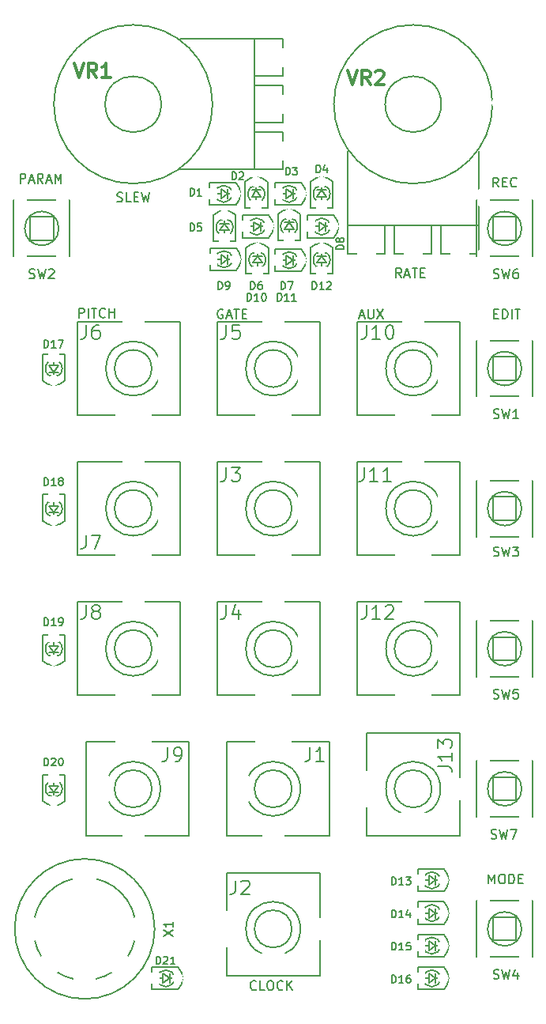
<source format=gto>
G04 #@! TF.FileFunction,Legend,Top*
%FSLAX46Y46*%
G04 Gerber Fmt 4.6, Leading zero omitted, Abs format (unit mm)*
G04 Created by KiCad (PCBNEW 4.0.2-stable) date 2017-03-21 6:26:13 PM*
%MOMM*%
G01*
G04 APERTURE LIST*
%ADD10C,0.200000*%
%ADD11C,0.150000*%
%ADD12C,0.304800*%
%ADD13R,1.700000X1.700000*%
%ADD14O,1.700000X1.700000*%
%ADD15O,4.000000X2.500000*%
%ADD16O,2.500000X2.000000*%
%ADD17O,1.500000X3.500000*%
%ADD18O,2.500000X4.000000*%
%ADD19O,2.000000X2.500000*%
%ADD20O,3.500000X1.500000*%
%ADD21R,1.600000X2.800000*%
%ADD22C,1.500000*%
%ADD23O,1.400000X2.200000*%
%ADD24O,1.400000X2.250000*%
%ADD25C,1.998980*%
%ADD26R,1.200000X1.200000*%
%ADD27C,1.200000*%
%ADD28C,2.500000*%
%ADD29R,2.500000X3.500000*%
%ADD30O,4.500000X1.350000*%
%ADD31O,4.200000X1.000000*%
%ADD32O,1.000000X4.200000*%
%ADD33C,1.000000*%
G04 APERTURE END LIST*
D10*
D11*
X158390476Y-130752381D02*
X158390476Y-129752381D01*
X158723810Y-130466667D01*
X159057143Y-129752381D01*
X159057143Y-130752381D01*
X159723809Y-129752381D02*
X159914286Y-129752381D01*
X160009524Y-129800000D01*
X160104762Y-129895238D01*
X160152381Y-130085714D01*
X160152381Y-130419048D01*
X160104762Y-130609524D01*
X160009524Y-130704762D01*
X159914286Y-130752381D01*
X159723809Y-130752381D01*
X159628571Y-130704762D01*
X159533333Y-130609524D01*
X159485714Y-130419048D01*
X159485714Y-130085714D01*
X159533333Y-129895238D01*
X159628571Y-129800000D01*
X159723809Y-129752381D01*
X160580952Y-130752381D02*
X160580952Y-129752381D01*
X160819047Y-129752381D01*
X160961905Y-129800000D01*
X161057143Y-129895238D01*
X161104762Y-129990476D01*
X161152381Y-130180952D01*
X161152381Y-130323810D01*
X161104762Y-130514286D01*
X161057143Y-130609524D01*
X160961905Y-130704762D01*
X160819047Y-130752381D01*
X160580952Y-130752381D01*
X161580952Y-130228571D02*
X161914286Y-130228571D01*
X162057143Y-130752381D02*
X161580952Y-130752381D01*
X161580952Y-129752381D01*
X162057143Y-129752381D01*
X133480953Y-142057143D02*
X133433334Y-142104762D01*
X133290477Y-142152381D01*
X133195239Y-142152381D01*
X133052381Y-142104762D01*
X132957143Y-142009524D01*
X132909524Y-141914286D01*
X132861905Y-141723810D01*
X132861905Y-141580952D01*
X132909524Y-141390476D01*
X132957143Y-141295238D01*
X133052381Y-141200000D01*
X133195239Y-141152381D01*
X133290477Y-141152381D01*
X133433334Y-141200000D01*
X133480953Y-141247619D01*
X134385715Y-142152381D02*
X133909524Y-142152381D01*
X133909524Y-141152381D01*
X134909524Y-141152381D02*
X135100001Y-141152381D01*
X135195239Y-141200000D01*
X135290477Y-141295238D01*
X135338096Y-141485714D01*
X135338096Y-141819048D01*
X135290477Y-142009524D01*
X135195239Y-142104762D01*
X135100001Y-142152381D01*
X134909524Y-142152381D01*
X134814286Y-142104762D01*
X134719048Y-142009524D01*
X134671429Y-141819048D01*
X134671429Y-141485714D01*
X134719048Y-141295238D01*
X134814286Y-141200000D01*
X134909524Y-141152381D01*
X136338096Y-142057143D02*
X136290477Y-142104762D01*
X136147620Y-142152381D01*
X136052382Y-142152381D01*
X135909524Y-142104762D01*
X135814286Y-142009524D01*
X135766667Y-141914286D01*
X135719048Y-141723810D01*
X135719048Y-141580952D01*
X135766667Y-141390476D01*
X135814286Y-141295238D01*
X135909524Y-141200000D01*
X136052382Y-141152381D01*
X136147620Y-141152381D01*
X136290477Y-141200000D01*
X136338096Y-141247619D01*
X136766667Y-142152381D02*
X136766667Y-141152381D01*
X137338096Y-142152381D02*
X136909524Y-141580952D01*
X137338096Y-141152381D02*
X136766667Y-141723810D01*
X158966667Y-69728571D02*
X159300001Y-69728571D01*
X159442858Y-70252381D02*
X158966667Y-70252381D01*
X158966667Y-69252381D01*
X159442858Y-69252381D01*
X159871429Y-70252381D02*
X159871429Y-69252381D01*
X160109524Y-69252381D01*
X160252382Y-69300000D01*
X160347620Y-69395238D01*
X160395239Y-69490476D01*
X160442858Y-69680952D01*
X160442858Y-69823810D01*
X160395239Y-70014286D01*
X160347620Y-70109524D01*
X160252382Y-70204762D01*
X160109524Y-70252381D01*
X159871429Y-70252381D01*
X160871429Y-70252381D02*
X160871429Y-69252381D01*
X161204762Y-69252381D02*
X161776191Y-69252381D01*
X161490476Y-70252381D02*
X161490476Y-69252381D01*
X144561905Y-69966667D02*
X145038096Y-69966667D01*
X144466667Y-70252381D02*
X144800000Y-69252381D01*
X145133334Y-70252381D01*
X145466667Y-69252381D02*
X145466667Y-70061905D01*
X145514286Y-70157143D01*
X145561905Y-70204762D01*
X145657143Y-70252381D01*
X145847620Y-70252381D01*
X145942858Y-70204762D01*
X145990477Y-70157143D01*
X146038096Y-70061905D01*
X146038096Y-69252381D01*
X146419048Y-69252381D02*
X147085715Y-70252381D01*
X147085715Y-69252381D02*
X146419048Y-70252381D01*
X129900000Y-69300000D02*
X129804762Y-69252381D01*
X129661905Y-69252381D01*
X129519047Y-69300000D01*
X129423809Y-69395238D01*
X129376190Y-69490476D01*
X129328571Y-69680952D01*
X129328571Y-69823810D01*
X129376190Y-70014286D01*
X129423809Y-70109524D01*
X129519047Y-70204762D01*
X129661905Y-70252381D01*
X129757143Y-70252381D01*
X129900000Y-70204762D01*
X129947619Y-70157143D01*
X129947619Y-69823810D01*
X129757143Y-69823810D01*
X130328571Y-69966667D02*
X130804762Y-69966667D01*
X130233333Y-70252381D02*
X130566666Y-69252381D01*
X130900000Y-70252381D01*
X131090476Y-69252381D02*
X131661905Y-69252381D01*
X131376190Y-70252381D02*
X131376190Y-69252381D01*
X131995238Y-69728571D02*
X132328572Y-69728571D01*
X132471429Y-70252381D02*
X131995238Y-70252381D01*
X131995238Y-69252381D01*
X132471429Y-69252381D01*
X114495238Y-70152381D02*
X114495238Y-69152381D01*
X114876191Y-69152381D01*
X114971429Y-69200000D01*
X115019048Y-69247619D01*
X115066667Y-69342857D01*
X115066667Y-69485714D01*
X115019048Y-69580952D01*
X114971429Y-69628571D01*
X114876191Y-69676190D01*
X114495238Y-69676190D01*
X115495238Y-70152381D02*
X115495238Y-69152381D01*
X115828571Y-69152381D02*
X116400000Y-69152381D01*
X116114285Y-70152381D02*
X116114285Y-69152381D01*
X117304762Y-70057143D02*
X117257143Y-70104762D01*
X117114286Y-70152381D01*
X117019048Y-70152381D01*
X116876190Y-70104762D01*
X116780952Y-70009524D01*
X116733333Y-69914286D01*
X116685714Y-69723810D01*
X116685714Y-69580952D01*
X116733333Y-69390476D01*
X116780952Y-69295238D01*
X116876190Y-69200000D01*
X117019048Y-69152381D01*
X117114286Y-69152381D01*
X117257143Y-69200000D01*
X117304762Y-69247619D01*
X117733333Y-70152381D02*
X117733333Y-69152381D01*
X117733333Y-69628571D02*
X118304762Y-69628571D01*
X118304762Y-70152381D02*
X118304762Y-69152381D01*
X108209524Y-55752381D02*
X108209524Y-54752381D01*
X108590477Y-54752381D01*
X108685715Y-54800000D01*
X108733334Y-54847619D01*
X108780953Y-54942857D01*
X108780953Y-55085714D01*
X108733334Y-55180952D01*
X108685715Y-55228571D01*
X108590477Y-55276190D01*
X108209524Y-55276190D01*
X109161905Y-55466667D02*
X109638096Y-55466667D01*
X109066667Y-55752381D02*
X109400000Y-54752381D01*
X109733334Y-55752381D01*
X110638096Y-55752381D02*
X110304762Y-55276190D01*
X110066667Y-55752381D02*
X110066667Y-54752381D01*
X110447620Y-54752381D01*
X110542858Y-54800000D01*
X110590477Y-54847619D01*
X110638096Y-54942857D01*
X110638096Y-55085714D01*
X110590477Y-55180952D01*
X110542858Y-55228571D01*
X110447620Y-55276190D01*
X110066667Y-55276190D01*
X111019048Y-55466667D02*
X111495239Y-55466667D01*
X110923810Y-55752381D02*
X111257143Y-54752381D01*
X111590477Y-55752381D01*
X111923810Y-55752381D02*
X111923810Y-54752381D01*
X112257144Y-55466667D01*
X112590477Y-54752381D01*
X112590477Y-55752381D01*
X118585714Y-57704762D02*
X118728571Y-57752381D01*
X118966667Y-57752381D01*
X119061905Y-57704762D01*
X119109524Y-57657143D01*
X119157143Y-57561905D01*
X119157143Y-57466667D01*
X119109524Y-57371429D01*
X119061905Y-57323810D01*
X118966667Y-57276190D01*
X118776190Y-57228571D01*
X118680952Y-57180952D01*
X118633333Y-57133333D01*
X118585714Y-57038095D01*
X118585714Y-56942857D01*
X118633333Y-56847619D01*
X118680952Y-56800000D01*
X118776190Y-56752381D01*
X119014286Y-56752381D01*
X119157143Y-56800000D01*
X120061905Y-57752381D02*
X119585714Y-57752381D01*
X119585714Y-56752381D01*
X120395238Y-57228571D02*
X120728572Y-57228571D01*
X120871429Y-57752381D02*
X120395238Y-57752381D01*
X120395238Y-56752381D01*
X120871429Y-56752381D01*
X121204762Y-56752381D02*
X121442857Y-57752381D01*
X121633334Y-57038095D01*
X121823810Y-57752381D01*
X122061905Y-56752381D01*
X149047619Y-65852381D02*
X148714285Y-65376190D01*
X148476190Y-65852381D02*
X148476190Y-64852381D01*
X148857143Y-64852381D01*
X148952381Y-64900000D01*
X149000000Y-64947619D01*
X149047619Y-65042857D01*
X149047619Y-65185714D01*
X149000000Y-65280952D01*
X148952381Y-65328571D01*
X148857143Y-65376190D01*
X148476190Y-65376190D01*
X149428571Y-65566667D02*
X149904762Y-65566667D01*
X149333333Y-65852381D02*
X149666666Y-64852381D01*
X150000000Y-65852381D01*
X150190476Y-64852381D02*
X150761905Y-64852381D01*
X150476190Y-65852381D02*
X150476190Y-64852381D01*
X151095238Y-65328571D02*
X151428572Y-65328571D01*
X151571429Y-65852381D02*
X151095238Y-65852381D01*
X151095238Y-64852381D01*
X151571429Y-64852381D01*
X159457143Y-56152381D02*
X159123809Y-55676190D01*
X158885714Y-56152381D02*
X158885714Y-55152381D01*
X159266667Y-55152381D01*
X159361905Y-55200000D01*
X159409524Y-55247619D01*
X159457143Y-55342857D01*
X159457143Y-55485714D01*
X159409524Y-55580952D01*
X159361905Y-55628571D01*
X159266667Y-55676190D01*
X158885714Y-55676190D01*
X159885714Y-55628571D02*
X160219048Y-55628571D01*
X160361905Y-56152381D02*
X159885714Y-56152381D01*
X159885714Y-55152381D01*
X160361905Y-55152381D01*
X161361905Y-56057143D02*
X161314286Y-56104762D01*
X161171429Y-56152381D01*
X161076191Y-56152381D01*
X160933333Y-56104762D01*
X160838095Y-56009524D01*
X160790476Y-55914286D01*
X160742857Y-55723810D01*
X160742857Y-55580952D01*
X160790476Y-55390476D01*
X160838095Y-55295238D01*
X160933333Y-55200000D01*
X161076191Y-55152381D01*
X161171429Y-55152381D01*
X161314286Y-55200000D01*
X161361905Y-55247619D01*
X138215476Y-120600000D02*
G75*
G03X138215476Y-120600000I-2915476J0D01*
G01*
X130300000Y-125600000D02*
X130300000Y-115600000D01*
X130300000Y-115600000D02*
X141300000Y-115600000D01*
X141300000Y-115600000D02*
X141300000Y-125600000D01*
X141300000Y-125600000D02*
X130300000Y-125600000D01*
X137300000Y-120600000D02*
G75*
G03X137300000Y-120600000I-2000000J0D01*
G01*
X138215476Y-135600000D02*
G75*
G03X138215476Y-135600000I-2915476J0D01*
G01*
X140300000Y-140600000D02*
X130300000Y-140600000D01*
X130300000Y-140600000D02*
X130300000Y-129600000D01*
X130300000Y-129600000D02*
X140300000Y-129600000D01*
X140300000Y-129600000D02*
X140300000Y-140600000D01*
X137300000Y-135600000D02*
G75*
G03X137300000Y-135600000I-2000000J0D01*
G01*
X138215476Y-90600000D02*
G75*
G03X138215476Y-90600000I-2915476J0D01*
G01*
X140300000Y-85600000D02*
X140300000Y-95600000D01*
X140300000Y-95600000D02*
X129300000Y-95600000D01*
X129300000Y-95600000D02*
X129300000Y-85600000D01*
X129300000Y-85600000D02*
X140300000Y-85600000D01*
X137300000Y-90600000D02*
G75*
G03X137300000Y-90600000I-2000000J0D01*
G01*
X138215476Y-105600000D02*
G75*
G03X138215476Y-105600000I-2915476J0D01*
G01*
X140300000Y-100600000D02*
X140300000Y-110600000D01*
X140300000Y-110600000D02*
X129300000Y-110600000D01*
X129300000Y-110600000D02*
X129300000Y-100600000D01*
X129300000Y-100600000D02*
X140300000Y-100600000D01*
X137300000Y-105600000D02*
G75*
G03X137300000Y-105600000I-2000000J0D01*
G01*
X138215476Y-75600000D02*
G75*
G03X138215476Y-75600000I-2915476J0D01*
G01*
X140300000Y-70600000D02*
X140300000Y-80600000D01*
X140300000Y-80600000D02*
X129300000Y-80600000D01*
X129300000Y-80600000D02*
X129300000Y-70600000D01*
X129300000Y-70600000D02*
X140300000Y-70600000D01*
X137300000Y-75600000D02*
G75*
G03X137300000Y-75600000I-2000000J0D01*
G01*
X123215476Y-75600000D02*
G75*
G03X123215476Y-75600000I-2915476J0D01*
G01*
X125300000Y-70600000D02*
X125300000Y-80600000D01*
X125300000Y-80600000D02*
X114300000Y-80600000D01*
X114300000Y-80600000D02*
X114300000Y-70600000D01*
X114300000Y-70600000D02*
X125300000Y-70600000D01*
X122300000Y-75600000D02*
G75*
G03X122300000Y-75600000I-2000000J0D01*
G01*
X123215476Y-90600000D02*
G75*
G03X123215476Y-90600000I-2915476J0D01*
G01*
X125300000Y-85600000D02*
X125300000Y-95600000D01*
X125300000Y-95600000D02*
X114300000Y-95600000D01*
X114300000Y-95600000D02*
X114300000Y-85600000D01*
X114300000Y-85600000D02*
X125300000Y-85600000D01*
X122300000Y-90600000D02*
G75*
G03X122300000Y-90600000I-2000000J0D01*
G01*
X123215476Y-105600000D02*
G75*
G03X123215476Y-105600000I-2915476J0D01*
G01*
X125300000Y-100600000D02*
X125300000Y-110600000D01*
X125300000Y-110600000D02*
X114300000Y-110600000D01*
X114300000Y-110600000D02*
X114300000Y-100600000D01*
X114300000Y-100600000D02*
X125300000Y-100600000D01*
X122300000Y-105600000D02*
G75*
G03X122300000Y-105600000I-2000000J0D01*
G01*
X123215476Y-120600000D02*
G75*
G03X123215476Y-120600000I-2915476J0D01*
G01*
X115300000Y-125600000D02*
X115300000Y-115600000D01*
X115300000Y-115600000D02*
X126300000Y-115600000D01*
X126300000Y-115600000D02*
X126300000Y-125600000D01*
X126300000Y-125600000D02*
X115300000Y-125600000D01*
X122300000Y-120600000D02*
G75*
G03X122300000Y-120600000I-2000000J0D01*
G01*
X153215476Y-75600000D02*
G75*
G03X153215476Y-75600000I-2915476J0D01*
G01*
X155300000Y-70600000D02*
X155300000Y-80600000D01*
X155300000Y-80600000D02*
X144300000Y-80600000D01*
X144300000Y-80600000D02*
X144300000Y-70600000D01*
X144300000Y-70600000D02*
X155300000Y-70600000D01*
X152300000Y-75600000D02*
G75*
G03X152300000Y-75600000I-2000000J0D01*
G01*
X153215476Y-90600000D02*
G75*
G03X153215476Y-90600000I-2915476J0D01*
G01*
X155300000Y-85600000D02*
X155300000Y-95600000D01*
X155300000Y-95600000D02*
X144300000Y-95600000D01*
X144300000Y-95600000D02*
X144300000Y-85600000D01*
X144300000Y-85600000D02*
X155300000Y-85600000D01*
X152300000Y-90600000D02*
G75*
G03X152300000Y-90600000I-2000000J0D01*
G01*
X153215476Y-105600000D02*
G75*
G03X153215476Y-105600000I-2915476J0D01*
G01*
X155300000Y-100600000D02*
X155300000Y-110600000D01*
X155300000Y-110600000D02*
X144300000Y-110600000D01*
X144300000Y-110600000D02*
X144300000Y-100600000D01*
X144300000Y-100600000D02*
X155300000Y-100600000D01*
X152300000Y-105600000D02*
G75*
G03X152300000Y-105600000I-2000000J0D01*
G01*
X153215476Y-120600000D02*
G75*
G03X153215476Y-120600000I-2915476J0D01*
G01*
X155300000Y-125600000D02*
X145300000Y-125600000D01*
X145300000Y-125600000D02*
X145300000Y-114600000D01*
X145300000Y-114600000D02*
X155300000Y-114600000D01*
X155300000Y-114600000D02*
X155300000Y-125600000D01*
X152300000Y-120600000D02*
G75*
G03X152300000Y-120600000I-2000000J0D01*
G01*
X158850000Y-76850000D02*
X158850000Y-74350000D01*
X158850000Y-74350000D02*
X161350000Y-74350000D01*
X161350000Y-74350000D02*
X161350000Y-76850000D01*
X161350000Y-76850000D02*
X158850000Y-76850000D01*
X161920027Y-75600000D02*
G75*
G03X161920027Y-75600000I-1820027J0D01*
G01*
X157100000Y-78600000D02*
X157100000Y-72600000D01*
X157100000Y-72600000D02*
X163100000Y-72600000D01*
X163100000Y-72600000D02*
X163100000Y-78600000D01*
X163100000Y-78600000D02*
X157100000Y-78600000D01*
X109250000Y-61850000D02*
X109250000Y-59350000D01*
X109250000Y-59350000D02*
X111750000Y-59350000D01*
X111750000Y-59350000D02*
X111750000Y-61850000D01*
X111750000Y-61850000D02*
X109250000Y-61850000D01*
X112320027Y-60600000D02*
G75*
G03X112320027Y-60600000I-1820027J0D01*
G01*
X107500000Y-63600000D02*
X107500000Y-57600000D01*
X107500000Y-57600000D02*
X113500000Y-57600000D01*
X113500000Y-57600000D02*
X113500000Y-63600000D01*
X113500000Y-63600000D02*
X107500000Y-63600000D01*
X158850000Y-91850000D02*
X158850000Y-89350000D01*
X158850000Y-89350000D02*
X161350000Y-89350000D01*
X161350000Y-89350000D02*
X161350000Y-91850000D01*
X161350000Y-91850000D02*
X158850000Y-91850000D01*
X161920027Y-90600000D02*
G75*
G03X161920027Y-90600000I-1820027J0D01*
G01*
X157100000Y-93600000D02*
X157100000Y-87600000D01*
X157100000Y-87600000D02*
X163100000Y-87600000D01*
X163100000Y-87600000D02*
X163100000Y-93600000D01*
X163100000Y-93600000D02*
X157100000Y-93600000D01*
X158850000Y-136850000D02*
X158850000Y-134350000D01*
X158850000Y-134350000D02*
X161350000Y-134350000D01*
X161350000Y-134350000D02*
X161350000Y-136850000D01*
X161350000Y-136850000D02*
X158850000Y-136850000D01*
X161920027Y-135600000D02*
G75*
G03X161920027Y-135600000I-1820027J0D01*
G01*
X157100000Y-138600000D02*
X157100000Y-132600000D01*
X157100000Y-132600000D02*
X163100000Y-132600000D01*
X163100000Y-132600000D02*
X163100000Y-138600000D01*
X163100000Y-138600000D02*
X157100000Y-138600000D01*
X158850000Y-106850000D02*
X158850000Y-104350000D01*
X158850000Y-104350000D02*
X161350000Y-104350000D01*
X161350000Y-104350000D02*
X161350000Y-106850000D01*
X161350000Y-106850000D02*
X158850000Y-106850000D01*
X161920027Y-105600000D02*
G75*
G03X161920027Y-105600000I-1820027J0D01*
G01*
X157100000Y-108600000D02*
X157100000Y-102600000D01*
X157100000Y-102600000D02*
X163100000Y-102600000D01*
X163100000Y-102600000D02*
X163100000Y-108600000D01*
X163100000Y-108600000D02*
X157100000Y-108600000D01*
X158850000Y-61850000D02*
X158850000Y-59350000D01*
X158850000Y-59350000D02*
X161350000Y-59350000D01*
X161350000Y-59350000D02*
X161350000Y-61850000D01*
X161350000Y-61850000D02*
X158850000Y-61850000D01*
X161920027Y-60600000D02*
G75*
G03X161920027Y-60600000I-1820027J0D01*
G01*
X157100000Y-63600000D02*
X157100000Y-57600000D01*
X157100000Y-57600000D02*
X163100000Y-57600000D01*
X163100000Y-57600000D02*
X163100000Y-63600000D01*
X163100000Y-63600000D02*
X157100000Y-63600000D01*
X158850000Y-121850000D02*
X158850000Y-119350000D01*
X158850000Y-119350000D02*
X161350000Y-119350000D01*
X161350000Y-119350000D02*
X161350000Y-121850000D01*
X161350000Y-121850000D02*
X158850000Y-121850000D01*
X161920027Y-120600000D02*
G75*
G03X161920027Y-120600000I-1820027J0D01*
G01*
X157100000Y-123600000D02*
X157100000Y-117600000D01*
X157100000Y-117600000D02*
X163100000Y-117600000D01*
X163100000Y-117600000D02*
X163100000Y-123600000D01*
X163100000Y-123600000D02*
X157100000Y-123600000D01*
X147300000Y-60300000D02*
X147300000Y-63300000D01*
X147300000Y-63300000D02*
X143300000Y-63300000D01*
X152300000Y-60300000D02*
X152300000Y-63300000D01*
X152300000Y-63300000D02*
X148300000Y-63300000D01*
X148300000Y-63300000D02*
X148300000Y-60300000D01*
X157300000Y-63300000D02*
X153300000Y-63300000D01*
X153300000Y-63300000D02*
X153300000Y-60300000D01*
X143300000Y-60300000D02*
X157300000Y-60300000D01*
X157300000Y-63300000D02*
X157300000Y-52300000D01*
X143300000Y-63300000D02*
X143300000Y-52300000D01*
X153300000Y-47300000D02*
G75*
G03X153300000Y-47300000I-3000000J0D01*
G01*
X158800000Y-47300000D02*
G75*
G03X158800000Y-47300000I-8500000J0D01*
G01*
X133300000Y-50300000D02*
X136300000Y-50300000D01*
X136300000Y-50300000D02*
X136300000Y-54300000D01*
X133300000Y-45300000D02*
X136300000Y-45300000D01*
X136300000Y-45300000D02*
X136300000Y-49300000D01*
X136300000Y-49300000D02*
X133300000Y-49300000D01*
X136300000Y-40300000D02*
X136300000Y-44300000D01*
X136300000Y-44300000D02*
X133300000Y-44300000D01*
X133300000Y-54300000D02*
X133300000Y-40300000D01*
X136300000Y-40300000D02*
X125300000Y-40300000D01*
X136300000Y-54300000D02*
X125300000Y-54300000D01*
X123300000Y-47300000D02*
G75*
G03X123300000Y-47300000I-3000000J0D01*
G01*
X128800000Y-47300000D02*
G75*
G03X128800000Y-47300000I-8500000J0D01*
G01*
X150800000Y-142100000D02*
X153600000Y-142100000D01*
X150800000Y-139700000D02*
X153600000Y-139700000D01*
X153600000Y-142100000D02*
G75*
G03X153600000Y-139700000I-1200000J1200000D01*
G01*
X150800000Y-139700000D02*
X150800000Y-142100000D01*
X153200000Y-140900000D02*
G75*
G03X153200000Y-140900000I-900000J0D01*
G01*
X153600000Y-140900000D02*
X153800000Y-140900000D01*
X151100000Y-140900000D02*
X150800000Y-140900000D01*
X152700000Y-140900000D02*
X153600000Y-140900000D01*
X151100000Y-140900000D02*
X152000000Y-140900000D01*
X152700000Y-140400000D02*
X152700000Y-141400000D01*
X152000000Y-140400000D02*
X152000000Y-141400000D01*
X152000000Y-141400000D02*
X152700000Y-140900000D01*
X152700000Y-140900000D02*
X152000000Y-140400000D01*
X139000000Y-61600000D02*
X141800000Y-61600000D01*
X139000000Y-59200000D02*
X141800000Y-59200000D01*
X141800000Y-61600000D02*
G75*
G03X141800000Y-59200000I-1200000J1200000D01*
G01*
X139000000Y-59200000D02*
X139000000Y-61600000D01*
X141400000Y-60400000D02*
G75*
G03X141400000Y-60400000I-900000J0D01*
G01*
X141800000Y-60400000D02*
X142000000Y-60400000D01*
X139300000Y-60400000D02*
X139000000Y-60400000D01*
X140900000Y-60400000D02*
X141800000Y-60400000D01*
X139300000Y-60400000D02*
X140200000Y-60400000D01*
X140900000Y-59900000D02*
X140900000Y-60900000D01*
X140200000Y-59900000D02*
X140200000Y-60900000D01*
X140200000Y-60900000D02*
X140900000Y-60400000D01*
X140900000Y-60400000D02*
X140200000Y-59900000D01*
X122300000Y-142100000D02*
X125100000Y-142100000D01*
X122300000Y-139700000D02*
X125100000Y-139700000D01*
X125100000Y-142100000D02*
G75*
G03X125100000Y-139700000I-1200000J1200000D01*
G01*
X122300000Y-139700000D02*
X122300000Y-142100000D01*
X124700000Y-140900000D02*
G75*
G03X124700000Y-140900000I-900000J0D01*
G01*
X125100000Y-140900000D02*
X125300000Y-140900000D01*
X122600000Y-140900000D02*
X122300000Y-140900000D01*
X124200000Y-140900000D02*
X125100000Y-140900000D01*
X122600000Y-140900000D02*
X123500000Y-140900000D01*
X124200000Y-140400000D02*
X124200000Y-141400000D01*
X123500000Y-140400000D02*
X123500000Y-141400000D01*
X123500000Y-141400000D02*
X124200000Y-140900000D01*
X124200000Y-140900000D02*
X123500000Y-140400000D01*
X110600000Y-119100000D02*
X110600000Y-121900000D01*
X113000000Y-119100000D02*
X113000000Y-121900000D01*
X110600000Y-121900000D02*
G75*
G03X113000000Y-121900000I1200000J1200000D01*
G01*
X113000000Y-119100000D02*
X110600000Y-119100000D01*
X112700000Y-120600000D02*
G75*
G03X112700000Y-120600000I-900000J0D01*
G01*
X111800000Y-121900000D02*
X111800000Y-122100000D01*
X111800000Y-119400000D02*
X111800000Y-119100000D01*
X111800000Y-121000000D02*
X111800000Y-121900000D01*
X111800000Y-119400000D02*
X111800000Y-120300000D01*
X112300000Y-121000000D02*
X111300000Y-121000000D01*
X112300000Y-120300000D02*
X111300000Y-120300000D01*
X111300000Y-120300000D02*
X111800000Y-121000000D01*
X111800000Y-121000000D02*
X112300000Y-120300000D01*
X110600000Y-104100000D02*
X110600000Y-106900000D01*
X113000000Y-104100000D02*
X113000000Y-106900000D01*
X110600000Y-106900000D02*
G75*
G03X113000000Y-106900000I1200000J1200000D01*
G01*
X113000000Y-104100000D02*
X110600000Y-104100000D01*
X112700000Y-105600000D02*
G75*
G03X112700000Y-105600000I-900000J0D01*
G01*
X111800000Y-106900000D02*
X111800000Y-107100000D01*
X111800000Y-104400000D02*
X111800000Y-104100000D01*
X111800000Y-106000000D02*
X111800000Y-106900000D01*
X111800000Y-104400000D02*
X111800000Y-105300000D01*
X112300000Y-106000000D02*
X111300000Y-106000000D01*
X112300000Y-105300000D02*
X111300000Y-105300000D01*
X111300000Y-105300000D02*
X111800000Y-106000000D01*
X111800000Y-106000000D02*
X112300000Y-105300000D01*
X110600000Y-89100000D02*
X110600000Y-91900000D01*
X113000000Y-89100000D02*
X113000000Y-91900000D01*
X110600000Y-91900000D02*
G75*
G03X113000000Y-91900000I1200000J1200000D01*
G01*
X113000000Y-89100000D02*
X110600000Y-89100000D01*
X112700000Y-90600000D02*
G75*
G03X112700000Y-90600000I-900000J0D01*
G01*
X111800000Y-91900000D02*
X111800000Y-92100000D01*
X111800000Y-89400000D02*
X111800000Y-89100000D01*
X111800000Y-91000000D02*
X111800000Y-91900000D01*
X111800000Y-89400000D02*
X111800000Y-90300000D01*
X112300000Y-91000000D02*
X111300000Y-91000000D01*
X112300000Y-90300000D02*
X111300000Y-90300000D01*
X111300000Y-90300000D02*
X111800000Y-91000000D01*
X111800000Y-91000000D02*
X112300000Y-90300000D01*
X110600000Y-74100000D02*
X110600000Y-76900000D01*
X113000000Y-74100000D02*
X113000000Y-76900000D01*
X110600000Y-76900000D02*
G75*
G03X113000000Y-76900000I1200000J1200000D01*
G01*
X113000000Y-74100000D02*
X110600000Y-74100000D01*
X112700000Y-75600000D02*
G75*
G03X112700000Y-75600000I-900000J0D01*
G01*
X111800000Y-76900000D02*
X111800000Y-77100000D01*
X111800000Y-74400000D02*
X111800000Y-74100000D01*
X111800000Y-76000000D02*
X111800000Y-76900000D01*
X111800000Y-74400000D02*
X111800000Y-75300000D01*
X112300000Y-76000000D02*
X111300000Y-76000000D01*
X112300000Y-75300000D02*
X111300000Y-75300000D01*
X111300000Y-75300000D02*
X111800000Y-76000000D01*
X111800000Y-76000000D02*
X112300000Y-75300000D01*
X150800000Y-138600000D02*
X153600000Y-138600000D01*
X150800000Y-136200000D02*
X153600000Y-136200000D01*
X153600000Y-138600000D02*
G75*
G03X153600000Y-136200000I-1200000J1200000D01*
G01*
X150800000Y-136200000D02*
X150800000Y-138600000D01*
X153200000Y-137400000D02*
G75*
G03X153200000Y-137400000I-900000J0D01*
G01*
X153600000Y-137400000D02*
X153800000Y-137400000D01*
X151100000Y-137400000D02*
X150800000Y-137400000D01*
X152700000Y-137400000D02*
X153600000Y-137400000D01*
X151100000Y-137400000D02*
X152000000Y-137400000D01*
X152700000Y-136900000D02*
X152700000Y-137900000D01*
X152000000Y-136900000D02*
X152000000Y-137900000D01*
X152000000Y-137900000D02*
X152700000Y-137400000D01*
X152700000Y-137400000D02*
X152000000Y-136900000D01*
X150800000Y-135100000D02*
X153600000Y-135100000D01*
X150800000Y-132700000D02*
X153600000Y-132700000D01*
X153600000Y-135100000D02*
G75*
G03X153600000Y-132700000I-1200000J1200000D01*
G01*
X150800000Y-132700000D02*
X150800000Y-135100000D01*
X153200000Y-133900000D02*
G75*
G03X153200000Y-133900000I-900000J0D01*
G01*
X153600000Y-133900000D02*
X153800000Y-133900000D01*
X151100000Y-133900000D02*
X150800000Y-133900000D01*
X152700000Y-133900000D02*
X153600000Y-133900000D01*
X151100000Y-133900000D02*
X152000000Y-133900000D01*
X152700000Y-133400000D02*
X152700000Y-134400000D01*
X152000000Y-133400000D02*
X152000000Y-134400000D01*
X152000000Y-134400000D02*
X152700000Y-133900000D01*
X152700000Y-133900000D02*
X152000000Y-133400000D01*
X150800000Y-131600000D02*
X153600000Y-131600000D01*
X150800000Y-129200000D02*
X153600000Y-129200000D01*
X153600000Y-131600000D02*
G75*
G03X153600000Y-129200000I-1200000J1200000D01*
G01*
X150800000Y-129200000D02*
X150800000Y-131600000D01*
X153200000Y-130400000D02*
G75*
G03X153200000Y-130400000I-900000J0D01*
G01*
X153600000Y-130400000D02*
X153800000Y-130400000D01*
X151100000Y-130400000D02*
X150800000Y-130400000D01*
X152700000Y-130400000D02*
X153600000Y-130400000D01*
X151100000Y-130400000D02*
X152000000Y-130400000D01*
X152700000Y-129900000D02*
X152700000Y-130900000D01*
X152000000Y-129900000D02*
X152000000Y-130900000D01*
X152000000Y-130900000D02*
X152700000Y-130400000D01*
X152700000Y-130400000D02*
X152000000Y-129900000D01*
X141700000Y-65470000D02*
X141700000Y-62670000D01*
X139300000Y-65470000D02*
X139300000Y-62670000D01*
X141700000Y-62670000D02*
G75*
G03X139300000Y-62670000I-1200000J-1200000D01*
G01*
X139300000Y-65470000D02*
X141700000Y-65470000D01*
X141400000Y-63970000D02*
G75*
G03X141400000Y-63970000I-900000J0D01*
G01*
X140500000Y-62670000D02*
X140500000Y-62470000D01*
X140500000Y-65170000D02*
X140500000Y-65470000D01*
X140500000Y-63570000D02*
X140500000Y-62670000D01*
X140500000Y-65170000D02*
X140500000Y-64270000D01*
X140000000Y-63570000D02*
X141000000Y-63570000D01*
X140000000Y-64270000D02*
X141000000Y-64270000D01*
X141000000Y-64270000D02*
X140500000Y-63570000D01*
X140500000Y-63570000D02*
X140000000Y-64270000D01*
X135500000Y-65200000D02*
X138300000Y-65200000D01*
X135500000Y-62800000D02*
X138300000Y-62800000D01*
X138300000Y-65200000D02*
G75*
G03X138300000Y-62800000I-1200000J1200000D01*
G01*
X135500000Y-62800000D02*
X135500000Y-65200000D01*
X137900000Y-64000000D02*
G75*
G03X137900000Y-64000000I-900000J0D01*
G01*
X138300000Y-64000000D02*
X138500000Y-64000000D01*
X135800000Y-64000000D02*
X135500000Y-64000000D01*
X137400000Y-64000000D02*
X138300000Y-64000000D01*
X135800000Y-64000000D02*
X136700000Y-64000000D01*
X137400000Y-63500000D02*
X137400000Y-64500000D01*
X136700000Y-63500000D02*
X136700000Y-64500000D01*
X136700000Y-64500000D02*
X137400000Y-64000000D01*
X137400000Y-64000000D02*
X136700000Y-63500000D01*
X134800000Y-65470000D02*
X134800000Y-62670000D01*
X132400000Y-65470000D02*
X132400000Y-62670000D01*
X134800000Y-62670000D02*
G75*
G03X132400000Y-62670000I-1200000J-1200000D01*
G01*
X132400000Y-65470000D02*
X134800000Y-65470000D01*
X134500000Y-63970000D02*
G75*
G03X134500000Y-63970000I-900000J0D01*
G01*
X133600000Y-62670000D02*
X133600000Y-62470000D01*
X133600000Y-65170000D02*
X133600000Y-65470000D01*
X133600000Y-63570000D02*
X133600000Y-62670000D01*
X133600000Y-65170000D02*
X133600000Y-64270000D01*
X133100000Y-63570000D02*
X134100000Y-63570000D01*
X133100000Y-64270000D02*
X134100000Y-64270000D01*
X134100000Y-64270000D02*
X133600000Y-63570000D01*
X133600000Y-63570000D02*
X133100000Y-64270000D01*
X128530000Y-65100000D02*
X131330000Y-65100000D01*
X128530000Y-62700000D02*
X131330000Y-62700000D01*
X131330000Y-65100000D02*
G75*
G03X131330000Y-62700000I-1200000J1200000D01*
G01*
X128530000Y-62700000D02*
X128530000Y-65100000D01*
X130930000Y-63900000D02*
G75*
G03X130930000Y-63900000I-900000J0D01*
G01*
X131330000Y-63900000D02*
X131530000Y-63900000D01*
X128830000Y-63900000D02*
X128530000Y-63900000D01*
X130430000Y-63900000D02*
X131330000Y-63900000D01*
X128830000Y-63900000D02*
X129730000Y-63900000D01*
X130430000Y-63400000D02*
X130430000Y-64400000D01*
X129730000Y-63400000D02*
X129730000Y-64400000D01*
X129730000Y-64400000D02*
X130430000Y-63900000D01*
X130430000Y-63900000D02*
X129730000Y-63400000D01*
X138200000Y-61870000D02*
X138200000Y-59070000D01*
X135800000Y-61870000D02*
X135800000Y-59070000D01*
X138200000Y-59070000D02*
G75*
G03X135800000Y-59070000I-1200000J-1200000D01*
G01*
X135800000Y-61870000D02*
X138200000Y-61870000D01*
X137900000Y-60370000D02*
G75*
G03X137900000Y-60370000I-900000J0D01*
G01*
X137000000Y-59070000D02*
X137000000Y-58870000D01*
X137000000Y-61570000D02*
X137000000Y-61870000D01*
X137000000Y-59970000D02*
X137000000Y-59070000D01*
X137000000Y-61570000D02*
X137000000Y-60670000D01*
X136500000Y-59970000D02*
X137500000Y-59970000D01*
X136500000Y-60670000D02*
X137500000Y-60670000D01*
X137500000Y-60670000D02*
X137000000Y-59970000D01*
X137000000Y-59970000D02*
X136500000Y-60670000D01*
X132030000Y-61600000D02*
X134830000Y-61600000D01*
X132030000Y-59200000D02*
X134830000Y-59200000D01*
X134830000Y-61600000D02*
G75*
G03X134830000Y-59200000I-1200000J1200000D01*
G01*
X132030000Y-59200000D02*
X132030000Y-61600000D01*
X134430000Y-60400000D02*
G75*
G03X134430000Y-60400000I-900000J0D01*
G01*
X134830000Y-60400000D02*
X135030000Y-60400000D01*
X132330000Y-60400000D02*
X132030000Y-60400000D01*
X133930000Y-60400000D02*
X134830000Y-60400000D01*
X132330000Y-60400000D02*
X133230000Y-60400000D01*
X133930000Y-59900000D02*
X133930000Y-60900000D01*
X133230000Y-59900000D02*
X133230000Y-60900000D01*
X133230000Y-60900000D02*
X133930000Y-60400000D01*
X133930000Y-60400000D02*
X133230000Y-59900000D01*
X131300000Y-61970000D02*
X131300000Y-59170000D01*
X128900000Y-61970000D02*
X128900000Y-59170000D01*
X131300000Y-59170000D02*
G75*
G03X128900000Y-59170000I-1200000J-1200000D01*
G01*
X128900000Y-61970000D02*
X131300000Y-61970000D01*
X131000000Y-60470000D02*
G75*
G03X131000000Y-60470000I-900000J0D01*
G01*
X130100000Y-59170000D02*
X130100000Y-58970000D01*
X130100000Y-61670000D02*
X130100000Y-61970000D01*
X130100000Y-60070000D02*
X130100000Y-59170000D01*
X130100000Y-61670000D02*
X130100000Y-60770000D01*
X129600000Y-60070000D02*
X130600000Y-60070000D01*
X129600000Y-60770000D02*
X130600000Y-60770000D01*
X130600000Y-60770000D02*
X130100000Y-60070000D01*
X130100000Y-60070000D02*
X129600000Y-60770000D01*
X141700000Y-58400000D02*
X141700000Y-55600000D01*
X139300000Y-58400000D02*
X139300000Y-55600000D01*
X141700000Y-55600000D02*
G75*
G03X139300000Y-55600000I-1200000J-1200000D01*
G01*
X139300000Y-58400000D02*
X141700000Y-58400000D01*
X141400000Y-56900000D02*
G75*
G03X141400000Y-56900000I-900000J0D01*
G01*
X140500000Y-55600000D02*
X140500000Y-55400000D01*
X140500000Y-58100000D02*
X140500000Y-58400000D01*
X140500000Y-56500000D02*
X140500000Y-55600000D01*
X140500000Y-58100000D02*
X140500000Y-57200000D01*
X140000000Y-56500000D02*
X141000000Y-56500000D01*
X140000000Y-57200000D02*
X141000000Y-57200000D01*
X141000000Y-57200000D02*
X140500000Y-56500000D01*
X140500000Y-56500000D02*
X140000000Y-57200000D01*
X135500000Y-58100000D02*
X138300000Y-58100000D01*
X135500000Y-55700000D02*
X138300000Y-55700000D01*
X138300000Y-58100000D02*
G75*
G03X138300000Y-55700000I-1200000J1200000D01*
G01*
X135500000Y-55700000D02*
X135500000Y-58100000D01*
X137900000Y-56900000D02*
G75*
G03X137900000Y-56900000I-900000J0D01*
G01*
X138300000Y-56900000D02*
X138500000Y-56900000D01*
X135800000Y-56900000D02*
X135500000Y-56900000D01*
X137400000Y-56900000D02*
X138300000Y-56900000D01*
X135800000Y-56900000D02*
X136700000Y-56900000D01*
X137400000Y-56400000D02*
X137400000Y-57400000D01*
X136700000Y-56400000D02*
X136700000Y-57400000D01*
X136700000Y-57400000D02*
X137400000Y-56900000D01*
X137400000Y-56900000D02*
X136700000Y-56400000D01*
X134700000Y-58400000D02*
X134700000Y-55600000D01*
X132300000Y-58400000D02*
X132300000Y-55600000D01*
X134700000Y-55600000D02*
G75*
G03X132300000Y-55600000I-1200000J-1200000D01*
G01*
X132300000Y-58400000D02*
X134700000Y-58400000D01*
X134400000Y-56900000D02*
G75*
G03X134400000Y-56900000I-900000J0D01*
G01*
X133500000Y-55600000D02*
X133500000Y-55400000D01*
X133500000Y-58100000D02*
X133500000Y-58400000D01*
X133500000Y-56500000D02*
X133500000Y-55600000D01*
X133500000Y-58100000D02*
X133500000Y-57200000D01*
X133000000Y-56500000D02*
X134000000Y-56500000D01*
X133000000Y-57200000D02*
X134000000Y-57200000D01*
X134000000Y-57200000D02*
X133500000Y-56500000D01*
X133500000Y-56500000D02*
X133000000Y-57200000D01*
X128500000Y-58100000D02*
X131300000Y-58100000D01*
X128500000Y-55700000D02*
X131300000Y-55700000D01*
X131300000Y-58100000D02*
G75*
G03X131300000Y-55700000I-1200000J1200000D01*
G01*
X128500000Y-55700000D02*
X128500000Y-58100000D01*
X130900000Y-56900000D02*
G75*
G03X130900000Y-56900000I-900000J0D01*
G01*
X131300000Y-56900000D02*
X131500000Y-56900000D01*
X128800000Y-56900000D02*
X128500000Y-56900000D01*
X130400000Y-56900000D02*
X131300000Y-56900000D01*
X128800000Y-56900000D02*
X129700000Y-56900000D01*
X130400000Y-56400000D02*
X130400000Y-57400000D01*
X129700000Y-56400000D02*
X129700000Y-57400000D01*
X129700000Y-57400000D02*
X130400000Y-56900000D01*
X130400000Y-56900000D02*
X129700000Y-56400000D01*
X120600000Y-135600000D02*
G75*
G03X120600000Y-135600000I-5500000J0D01*
G01*
X122600000Y-135600000D02*
G75*
G03X122600000Y-135600000I-7500000J0D01*
G01*
X139250000Y-116178571D02*
X139250000Y-117250000D01*
X139178572Y-117464286D01*
X139035715Y-117607143D01*
X138821429Y-117678571D01*
X138678572Y-117678571D01*
X140750000Y-117678571D02*
X139892857Y-117678571D01*
X140321429Y-117678571D02*
X140321429Y-116178571D01*
X140178572Y-116392857D01*
X140035714Y-116535714D01*
X139892857Y-116607143D01*
X131250000Y-130428571D02*
X131250000Y-131500000D01*
X131178572Y-131714286D01*
X131035715Y-131857143D01*
X130821429Y-131928571D01*
X130678572Y-131928571D01*
X131892857Y-130571429D02*
X131964286Y-130500000D01*
X132107143Y-130428571D01*
X132464286Y-130428571D01*
X132607143Y-130500000D01*
X132678572Y-130571429D01*
X132750000Y-130714286D01*
X132750000Y-130857143D01*
X132678572Y-131071429D01*
X131821429Y-131928571D01*
X132750000Y-131928571D01*
X130250000Y-86178571D02*
X130250000Y-87250000D01*
X130178572Y-87464286D01*
X130035715Y-87607143D01*
X129821429Y-87678571D01*
X129678572Y-87678571D01*
X130821429Y-86178571D02*
X131750000Y-86178571D01*
X131250000Y-86750000D01*
X131464286Y-86750000D01*
X131607143Y-86821429D01*
X131678572Y-86892857D01*
X131750000Y-87035714D01*
X131750000Y-87392857D01*
X131678572Y-87535714D01*
X131607143Y-87607143D01*
X131464286Y-87678571D01*
X131035714Y-87678571D01*
X130892857Y-87607143D01*
X130821429Y-87535714D01*
X130250000Y-100928571D02*
X130250000Y-102000000D01*
X130178572Y-102214286D01*
X130035715Y-102357143D01*
X129821429Y-102428571D01*
X129678572Y-102428571D01*
X131607143Y-101428571D02*
X131607143Y-102428571D01*
X131250000Y-100857143D02*
X130892857Y-101928571D01*
X131821429Y-101928571D01*
X130250000Y-70928571D02*
X130250000Y-72000000D01*
X130178572Y-72214286D01*
X130035715Y-72357143D01*
X129821429Y-72428571D01*
X129678572Y-72428571D01*
X131678572Y-70928571D02*
X130964286Y-70928571D01*
X130892857Y-71642857D01*
X130964286Y-71571429D01*
X131107143Y-71500000D01*
X131464286Y-71500000D01*
X131607143Y-71571429D01*
X131678572Y-71642857D01*
X131750000Y-71785714D01*
X131750000Y-72142857D01*
X131678572Y-72285714D01*
X131607143Y-72357143D01*
X131464286Y-72428571D01*
X131107143Y-72428571D01*
X130964286Y-72357143D01*
X130892857Y-72285714D01*
X115250000Y-70928571D02*
X115250000Y-72000000D01*
X115178572Y-72214286D01*
X115035715Y-72357143D01*
X114821429Y-72428571D01*
X114678572Y-72428571D01*
X116607143Y-70928571D02*
X116321429Y-70928571D01*
X116178572Y-71000000D01*
X116107143Y-71071429D01*
X115964286Y-71285714D01*
X115892857Y-71571429D01*
X115892857Y-72142857D01*
X115964286Y-72285714D01*
X116035714Y-72357143D01*
X116178572Y-72428571D01*
X116464286Y-72428571D01*
X116607143Y-72357143D01*
X116678572Y-72285714D01*
X116750000Y-72142857D01*
X116750000Y-71785714D01*
X116678572Y-71642857D01*
X116607143Y-71571429D01*
X116464286Y-71500000D01*
X116178572Y-71500000D01*
X116035714Y-71571429D01*
X115964286Y-71642857D01*
X115892857Y-71785714D01*
X115250000Y-93428571D02*
X115250000Y-94500000D01*
X115178572Y-94714286D01*
X115035715Y-94857143D01*
X114821429Y-94928571D01*
X114678572Y-94928571D01*
X115821429Y-93428571D02*
X116821429Y-93428571D01*
X116178572Y-94928571D01*
X115250000Y-100928571D02*
X115250000Y-102000000D01*
X115178572Y-102214286D01*
X115035715Y-102357143D01*
X114821429Y-102428571D01*
X114678572Y-102428571D01*
X116178572Y-101571429D02*
X116035714Y-101500000D01*
X115964286Y-101428571D01*
X115892857Y-101285714D01*
X115892857Y-101214286D01*
X115964286Y-101071429D01*
X116035714Y-101000000D01*
X116178572Y-100928571D01*
X116464286Y-100928571D01*
X116607143Y-101000000D01*
X116678572Y-101071429D01*
X116750000Y-101214286D01*
X116750000Y-101285714D01*
X116678572Y-101428571D01*
X116607143Y-101500000D01*
X116464286Y-101571429D01*
X116178572Y-101571429D01*
X116035714Y-101642857D01*
X115964286Y-101714286D01*
X115892857Y-101857143D01*
X115892857Y-102142857D01*
X115964286Y-102285714D01*
X116035714Y-102357143D01*
X116178572Y-102428571D01*
X116464286Y-102428571D01*
X116607143Y-102357143D01*
X116678572Y-102285714D01*
X116750000Y-102142857D01*
X116750000Y-101857143D01*
X116678572Y-101714286D01*
X116607143Y-101642857D01*
X116464286Y-101571429D01*
X124000000Y-116178571D02*
X124000000Y-117250000D01*
X123928572Y-117464286D01*
X123785715Y-117607143D01*
X123571429Y-117678571D01*
X123428572Y-117678571D01*
X124785714Y-117678571D02*
X125071429Y-117678571D01*
X125214286Y-117607143D01*
X125285714Y-117535714D01*
X125428572Y-117321429D01*
X125500000Y-117035714D01*
X125500000Y-116464286D01*
X125428572Y-116321429D01*
X125357143Y-116250000D01*
X125214286Y-116178571D01*
X124928572Y-116178571D01*
X124785714Y-116250000D01*
X124714286Y-116321429D01*
X124642857Y-116464286D01*
X124642857Y-116821429D01*
X124714286Y-116964286D01*
X124785714Y-117035714D01*
X124928572Y-117107143D01*
X125214286Y-117107143D01*
X125357143Y-117035714D01*
X125428572Y-116964286D01*
X125500000Y-116821429D01*
X145285715Y-70928571D02*
X145285715Y-72000000D01*
X145214287Y-72214286D01*
X145071430Y-72357143D01*
X144857144Y-72428571D01*
X144714287Y-72428571D01*
X146785715Y-72428571D02*
X145928572Y-72428571D01*
X146357144Y-72428571D02*
X146357144Y-70928571D01*
X146214287Y-71142857D01*
X146071429Y-71285714D01*
X145928572Y-71357143D01*
X147714286Y-70928571D02*
X147857143Y-70928571D01*
X148000000Y-71000000D01*
X148071429Y-71071429D01*
X148142858Y-71214286D01*
X148214286Y-71500000D01*
X148214286Y-71857143D01*
X148142858Y-72142857D01*
X148071429Y-72285714D01*
X148000000Y-72357143D01*
X147857143Y-72428571D01*
X147714286Y-72428571D01*
X147571429Y-72357143D01*
X147500000Y-72285714D01*
X147428572Y-72142857D01*
X147357143Y-71857143D01*
X147357143Y-71500000D01*
X147428572Y-71214286D01*
X147500000Y-71071429D01*
X147571429Y-71000000D01*
X147714286Y-70928571D01*
X145035715Y-86178571D02*
X145035715Y-87250000D01*
X144964287Y-87464286D01*
X144821430Y-87607143D01*
X144607144Y-87678571D01*
X144464287Y-87678571D01*
X146535715Y-87678571D02*
X145678572Y-87678571D01*
X146107144Y-87678571D02*
X146107144Y-86178571D01*
X145964287Y-86392857D01*
X145821429Y-86535714D01*
X145678572Y-86607143D01*
X147964286Y-87678571D02*
X147107143Y-87678571D01*
X147535715Y-87678571D02*
X147535715Y-86178571D01*
X147392858Y-86392857D01*
X147250000Y-86535714D01*
X147107143Y-86607143D01*
X145285715Y-100928571D02*
X145285715Y-102000000D01*
X145214287Y-102214286D01*
X145071430Y-102357143D01*
X144857144Y-102428571D01*
X144714287Y-102428571D01*
X146785715Y-102428571D02*
X145928572Y-102428571D01*
X146357144Y-102428571D02*
X146357144Y-100928571D01*
X146214287Y-101142857D01*
X146071429Y-101285714D01*
X145928572Y-101357143D01*
X147357143Y-101071429D02*
X147428572Y-101000000D01*
X147571429Y-100928571D01*
X147928572Y-100928571D01*
X148071429Y-101000000D01*
X148142858Y-101071429D01*
X148214286Y-101214286D01*
X148214286Y-101357143D01*
X148142858Y-101571429D01*
X147285715Y-102428571D01*
X148214286Y-102428571D01*
X152928571Y-118214285D02*
X154000000Y-118214285D01*
X154214286Y-118285713D01*
X154357143Y-118428570D01*
X154428571Y-118642856D01*
X154428571Y-118785713D01*
X154428571Y-116714285D02*
X154428571Y-117571428D01*
X154428571Y-117142856D02*
X152928571Y-117142856D01*
X153142857Y-117285713D01*
X153285714Y-117428571D01*
X153357143Y-117571428D01*
X152928571Y-116214285D02*
X152928571Y-115285714D01*
X153500000Y-115785714D01*
X153500000Y-115571428D01*
X153571429Y-115428571D01*
X153642857Y-115357142D01*
X153785714Y-115285714D01*
X154142857Y-115285714D01*
X154285714Y-115357142D01*
X154357143Y-115428571D01*
X154428571Y-115571428D01*
X154428571Y-116000000D01*
X154357143Y-116142857D01*
X154285714Y-116214285D01*
X158916667Y-80904762D02*
X159059524Y-80952381D01*
X159297620Y-80952381D01*
X159392858Y-80904762D01*
X159440477Y-80857143D01*
X159488096Y-80761905D01*
X159488096Y-80666667D01*
X159440477Y-80571429D01*
X159392858Y-80523810D01*
X159297620Y-80476190D01*
X159107143Y-80428571D01*
X159011905Y-80380952D01*
X158964286Y-80333333D01*
X158916667Y-80238095D01*
X158916667Y-80142857D01*
X158964286Y-80047619D01*
X159011905Y-80000000D01*
X159107143Y-79952381D01*
X159345239Y-79952381D01*
X159488096Y-80000000D01*
X159821429Y-79952381D02*
X160059524Y-80952381D01*
X160250001Y-80238095D01*
X160440477Y-80952381D01*
X160678572Y-79952381D01*
X161583334Y-80952381D02*
X161011905Y-80952381D01*
X161297619Y-80952381D02*
X161297619Y-79952381D01*
X161202381Y-80095238D01*
X161107143Y-80190476D01*
X161011905Y-80238095D01*
X109166667Y-65904762D02*
X109309524Y-65952381D01*
X109547620Y-65952381D01*
X109642858Y-65904762D01*
X109690477Y-65857143D01*
X109738096Y-65761905D01*
X109738096Y-65666667D01*
X109690477Y-65571429D01*
X109642858Y-65523810D01*
X109547620Y-65476190D01*
X109357143Y-65428571D01*
X109261905Y-65380952D01*
X109214286Y-65333333D01*
X109166667Y-65238095D01*
X109166667Y-65142857D01*
X109214286Y-65047619D01*
X109261905Y-65000000D01*
X109357143Y-64952381D01*
X109595239Y-64952381D01*
X109738096Y-65000000D01*
X110071429Y-64952381D02*
X110309524Y-65952381D01*
X110500001Y-65238095D01*
X110690477Y-65952381D01*
X110928572Y-64952381D01*
X111261905Y-65047619D02*
X111309524Y-65000000D01*
X111404762Y-64952381D01*
X111642858Y-64952381D01*
X111738096Y-65000000D01*
X111785715Y-65047619D01*
X111833334Y-65142857D01*
X111833334Y-65238095D01*
X111785715Y-65380952D01*
X111214286Y-65952381D01*
X111833334Y-65952381D01*
X158916667Y-95654762D02*
X159059524Y-95702381D01*
X159297620Y-95702381D01*
X159392858Y-95654762D01*
X159440477Y-95607143D01*
X159488096Y-95511905D01*
X159488096Y-95416667D01*
X159440477Y-95321429D01*
X159392858Y-95273810D01*
X159297620Y-95226190D01*
X159107143Y-95178571D01*
X159011905Y-95130952D01*
X158964286Y-95083333D01*
X158916667Y-94988095D01*
X158916667Y-94892857D01*
X158964286Y-94797619D01*
X159011905Y-94750000D01*
X159107143Y-94702381D01*
X159345239Y-94702381D01*
X159488096Y-94750000D01*
X159821429Y-94702381D02*
X160059524Y-95702381D01*
X160250001Y-94988095D01*
X160440477Y-95702381D01*
X160678572Y-94702381D01*
X160964286Y-94702381D02*
X161583334Y-94702381D01*
X161250000Y-95083333D01*
X161392858Y-95083333D01*
X161488096Y-95130952D01*
X161535715Y-95178571D01*
X161583334Y-95273810D01*
X161583334Y-95511905D01*
X161535715Y-95607143D01*
X161488096Y-95654762D01*
X161392858Y-95702381D01*
X161107143Y-95702381D01*
X161011905Y-95654762D01*
X160964286Y-95607143D01*
X158916667Y-140904762D02*
X159059524Y-140952381D01*
X159297620Y-140952381D01*
X159392858Y-140904762D01*
X159440477Y-140857143D01*
X159488096Y-140761905D01*
X159488096Y-140666667D01*
X159440477Y-140571429D01*
X159392858Y-140523810D01*
X159297620Y-140476190D01*
X159107143Y-140428571D01*
X159011905Y-140380952D01*
X158964286Y-140333333D01*
X158916667Y-140238095D01*
X158916667Y-140142857D01*
X158964286Y-140047619D01*
X159011905Y-140000000D01*
X159107143Y-139952381D01*
X159345239Y-139952381D01*
X159488096Y-140000000D01*
X159821429Y-139952381D02*
X160059524Y-140952381D01*
X160250001Y-140238095D01*
X160440477Y-140952381D01*
X160678572Y-139952381D01*
X161488096Y-140285714D02*
X161488096Y-140952381D01*
X161250000Y-139904762D02*
X161011905Y-140619048D01*
X161630953Y-140619048D01*
X158916667Y-110904762D02*
X159059524Y-110952381D01*
X159297620Y-110952381D01*
X159392858Y-110904762D01*
X159440477Y-110857143D01*
X159488096Y-110761905D01*
X159488096Y-110666667D01*
X159440477Y-110571429D01*
X159392858Y-110523810D01*
X159297620Y-110476190D01*
X159107143Y-110428571D01*
X159011905Y-110380952D01*
X158964286Y-110333333D01*
X158916667Y-110238095D01*
X158916667Y-110142857D01*
X158964286Y-110047619D01*
X159011905Y-110000000D01*
X159107143Y-109952381D01*
X159345239Y-109952381D01*
X159488096Y-110000000D01*
X159821429Y-109952381D02*
X160059524Y-110952381D01*
X160250001Y-110238095D01*
X160440477Y-110952381D01*
X160678572Y-109952381D01*
X161535715Y-109952381D02*
X161059524Y-109952381D01*
X161011905Y-110428571D01*
X161059524Y-110380952D01*
X161154762Y-110333333D01*
X161392858Y-110333333D01*
X161488096Y-110380952D01*
X161535715Y-110428571D01*
X161583334Y-110523810D01*
X161583334Y-110761905D01*
X161535715Y-110857143D01*
X161488096Y-110904762D01*
X161392858Y-110952381D01*
X161154762Y-110952381D01*
X161059524Y-110904762D01*
X161011905Y-110857143D01*
X158916667Y-65904762D02*
X159059524Y-65952381D01*
X159297620Y-65952381D01*
X159392858Y-65904762D01*
X159440477Y-65857143D01*
X159488096Y-65761905D01*
X159488096Y-65666667D01*
X159440477Y-65571429D01*
X159392858Y-65523810D01*
X159297620Y-65476190D01*
X159107143Y-65428571D01*
X159011905Y-65380952D01*
X158964286Y-65333333D01*
X158916667Y-65238095D01*
X158916667Y-65142857D01*
X158964286Y-65047619D01*
X159011905Y-65000000D01*
X159107143Y-64952381D01*
X159345239Y-64952381D01*
X159488096Y-65000000D01*
X159821429Y-64952381D02*
X160059524Y-65952381D01*
X160250001Y-65238095D01*
X160440477Y-65952381D01*
X160678572Y-64952381D01*
X161488096Y-64952381D02*
X161297619Y-64952381D01*
X161202381Y-65000000D01*
X161154762Y-65047619D01*
X161059524Y-65190476D01*
X161011905Y-65380952D01*
X161011905Y-65761905D01*
X161059524Y-65857143D01*
X161107143Y-65904762D01*
X161202381Y-65952381D01*
X161392858Y-65952381D01*
X161488096Y-65904762D01*
X161535715Y-65857143D01*
X161583334Y-65761905D01*
X161583334Y-65523810D01*
X161535715Y-65428571D01*
X161488096Y-65380952D01*
X161392858Y-65333333D01*
X161202381Y-65333333D01*
X161107143Y-65380952D01*
X161059524Y-65428571D01*
X161011905Y-65523810D01*
X158666667Y-125904762D02*
X158809524Y-125952381D01*
X159047620Y-125952381D01*
X159142858Y-125904762D01*
X159190477Y-125857143D01*
X159238096Y-125761905D01*
X159238096Y-125666667D01*
X159190477Y-125571429D01*
X159142858Y-125523810D01*
X159047620Y-125476190D01*
X158857143Y-125428571D01*
X158761905Y-125380952D01*
X158714286Y-125333333D01*
X158666667Y-125238095D01*
X158666667Y-125142857D01*
X158714286Y-125047619D01*
X158761905Y-125000000D01*
X158857143Y-124952381D01*
X159095239Y-124952381D01*
X159238096Y-125000000D01*
X159571429Y-124952381D02*
X159809524Y-125952381D01*
X160000001Y-125238095D01*
X160190477Y-125952381D01*
X160428572Y-124952381D01*
X160714286Y-124952381D02*
X161380953Y-124952381D01*
X160952381Y-125952381D01*
D12*
X143304286Y-43665429D02*
X143812286Y-45189429D01*
X144320286Y-43665429D01*
X145699143Y-45189429D02*
X145191143Y-44463714D01*
X144828286Y-45189429D02*
X144828286Y-43665429D01*
X145408858Y-43665429D01*
X145554000Y-43738000D01*
X145626572Y-43810571D01*
X145699143Y-43955714D01*
X145699143Y-44173429D01*
X145626572Y-44318571D01*
X145554000Y-44391143D01*
X145408858Y-44463714D01*
X144828286Y-44463714D01*
X146279715Y-43810571D02*
X146352286Y-43738000D01*
X146497429Y-43665429D01*
X146860286Y-43665429D01*
X147005429Y-43738000D01*
X147078000Y-43810571D01*
X147150572Y-43955714D01*
X147150572Y-44100857D01*
X147078000Y-44318571D01*
X146207143Y-45189429D01*
X147150572Y-45189429D01*
X114004286Y-42915429D02*
X114512286Y-44439429D01*
X115020286Y-42915429D01*
X116399143Y-44439429D02*
X115891143Y-43713714D01*
X115528286Y-44439429D02*
X115528286Y-42915429D01*
X116108858Y-42915429D01*
X116254000Y-42988000D01*
X116326572Y-43060571D01*
X116399143Y-43205714D01*
X116399143Y-43423429D01*
X116326572Y-43568571D01*
X116254000Y-43641143D01*
X116108858Y-43713714D01*
X115528286Y-43713714D01*
X117850572Y-44439429D02*
X116979715Y-44439429D01*
X117415143Y-44439429D02*
X117415143Y-42915429D01*
X117270000Y-43133143D01*
X117124858Y-43278286D01*
X116979715Y-43350857D01*
D11*
X148013029Y-141367695D02*
X148013029Y-140554895D01*
X148206553Y-140554895D01*
X148322667Y-140593600D01*
X148400076Y-140671010D01*
X148438781Y-140748419D01*
X148477486Y-140903238D01*
X148477486Y-141019352D01*
X148438781Y-141174171D01*
X148400076Y-141251581D01*
X148322667Y-141328990D01*
X148206553Y-141367695D01*
X148013029Y-141367695D01*
X149251581Y-141367695D02*
X148787124Y-141367695D01*
X149019353Y-141367695D02*
X149019353Y-140554895D01*
X148941943Y-140671010D01*
X148864534Y-140748419D01*
X148787124Y-140787124D01*
X149948267Y-140554895D02*
X149793448Y-140554895D01*
X149716038Y-140593600D01*
X149677333Y-140632305D01*
X149599924Y-140748419D01*
X149561219Y-140903238D01*
X149561219Y-141212876D01*
X149599924Y-141290286D01*
X149638629Y-141328990D01*
X149716038Y-141367695D01*
X149870857Y-141367695D01*
X149948267Y-141328990D01*
X149986971Y-141290286D01*
X150025676Y-141212876D01*
X150025676Y-141019352D01*
X149986971Y-140941943D01*
X149948267Y-140903238D01*
X149870857Y-140864533D01*
X149716038Y-140864533D01*
X149638629Y-140903238D01*
X149599924Y-140941943D01*
X149561219Y-141019352D01*
X142867695Y-62849923D02*
X142054895Y-62849923D01*
X142054895Y-62656399D01*
X142093600Y-62540285D01*
X142171010Y-62462876D01*
X142248419Y-62424171D01*
X142403238Y-62385466D01*
X142519352Y-62385466D01*
X142674171Y-62424171D01*
X142751581Y-62462876D01*
X142828990Y-62540285D01*
X142867695Y-62656399D01*
X142867695Y-62849923D01*
X142403238Y-61921009D02*
X142364533Y-61998418D01*
X142325829Y-62037123D01*
X142248419Y-62075828D01*
X142209714Y-62075828D01*
X142132305Y-62037123D01*
X142093600Y-61998418D01*
X142054895Y-61921009D01*
X142054895Y-61766190D01*
X142093600Y-61688780D01*
X142132305Y-61650076D01*
X142209714Y-61611371D01*
X142248419Y-61611371D01*
X142325829Y-61650076D01*
X142364533Y-61688780D01*
X142403238Y-61766190D01*
X142403238Y-61921009D01*
X142441943Y-61998418D01*
X142480648Y-62037123D01*
X142558057Y-62075828D01*
X142712876Y-62075828D01*
X142790286Y-62037123D01*
X142828990Y-61998418D01*
X142867695Y-61921009D01*
X142867695Y-61766190D01*
X142828990Y-61688780D01*
X142790286Y-61650076D01*
X142712876Y-61611371D01*
X142558057Y-61611371D01*
X142480648Y-61650076D01*
X142441943Y-61688780D01*
X142403238Y-61766190D01*
X122763029Y-139367695D02*
X122763029Y-138554895D01*
X122956553Y-138554895D01*
X123072667Y-138593600D01*
X123150076Y-138671010D01*
X123188781Y-138748419D01*
X123227486Y-138903238D01*
X123227486Y-139019352D01*
X123188781Y-139174171D01*
X123150076Y-139251581D01*
X123072667Y-139328990D01*
X122956553Y-139367695D01*
X122763029Y-139367695D01*
X123537124Y-138632305D02*
X123575829Y-138593600D01*
X123653238Y-138554895D01*
X123846762Y-138554895D01*
X123924172Y-138593600D01*
X123962876Y-138632305D01*
X124001581Y-138709714D01*
X124001581Y-138787124D01*
X123962876Y-138903238D01*
X123498419Y-139367695D01*
X124001581Y-139367695D01*
X124775676Y-139367695D02*
X124311219Y-139367695D01*
X124543448Y-139367695D02*
X124543448Y-138554895D01*
X124466038Y-138671010D01*
X124388629Y-138748419D01*
X124311219Y-138787124D01*
X110763029Y-118117695D02*
X110763029Y-117304895D01*
X110956553Y-117304895D01*
X111072667Y-117343600D01*
X111150076Y-117421010D01*
X111188781Y-117498419D01*
X111227486Y-117653238D01*
X111227486Y-117769352D01*
X111188781Y-117924171D01*
X111150076Y-118001581D01*
X111072667Y-118078990D01*
X110956553Y-118117695D01*
X110763029Y-118117695D01*
X111537124Y-117382305D02*
X111575829Y-117343600D01*
X111653238Y-117304895D01*
X111846762Y-117304895D01*
X111924172Y-117343600D01*
X111962876Y-117382305D01*
X112001581Y-117459714D01*
X112001581Y-117537124D01*
X111962876Y-117653238D01*
X111498419Y-118117695D01*
X112001581Y-118117695D01*
X112504743Y-117304895D02*
X112582152Y-117304895D01*
X112659562Y-117343600D01*
X112698267Y-117382305D01*
X112736971Y-117459714D01*
X112775676Y-117614533D01*
X112775676Y-117808057D01*
X112736971Y-117962876D01*
X112698267Y-118040286D01*
X112659562Y-118078990D01*
X112582152Y-118117695D01*
X112504743Y-118117695D01*
X112427333Y-118078990D01*
X112388629Y-118040286D01*
X112349924Y-117962876D01*
X112311219Y-117808057D01*
X112311219Y-117614533D01*
X112349924Y-117459714D01*
X112388629Y-117382305D01*
X112427333Y-117343600D01*
X112504743Y-117304895D01*
X110763029Y-103117695D02*
X110763029Y-102304895D01*
X110956553Y-102304895D01*
X111072667Y-102343600D01*
X111150076Y-102421010D01*
X111188781Y-102498419D01*
X111227486Y-102653238D01*
X111227486Y-102769352D01*
X111188781Y-102924171D01*
X111150076Y-103001581D01*
X111072667Y-103078990D01*
X110956553Y-103117695D01*
X110763029Y-103117695D01*
X112001581Y-103117695D02*
X111537124Y-103117695D01*
X111769353Y-103117695D02*
X111769353Y-102304895D01*
X111691943Y-102421010D01*
X111614534Y-102498419D01*
X111537124Y-102537124D01*
X112388629Y-103117695D02*
X112543448Y-103117695D01*
X112620857Y-103078990D01*
X112659562Y-103040286D01*
X112736971Y-102924171D01*
X112775676Y-102769352D01*
X112775676Y-102459714D01*
X112736971Y-102382305D01*
X112698267Y-102343600D01*
X112620857Y-102304895D01*
X112466038Y-102304895D01*
X112388629Y-102343600D01*
X112349924Y-102382305D01*
X112311219Y-102459714D01*
X112311219Y-102653238D01*
X112349924Y-102730648D01*
X112388629Y-102769352D01*
X112466038Y-102808057D01*
X112620857Y-102808057D01*
X112698267Y-102769352D01*
X112736971Y-102730648D01*
X112775676Y-102653238D01*
X110763029Y-88117695D02*
X110763029Y-87304895D01*
X110956553Y-87304895D01*
X111072667Y-87343600D01*
X111150076Y-87421010D01*
X111188781Y-87498419D01*
X111227486Y-87653238D01*
X111227486Y-87769352D01*
X111188781Y-87924171D01*
X111150076Y-88001581D01*
X111072667Y-88078990D01*
X110956553Y-88117695D01*
X110763029Y-88117695D01*
X112001581Y-88117695D02*
X111537124Y-88117695D01*
X111769353Y-88117695D02*
X111769353Y-87304895D01*
X111691943Y-87421010D01*
X111614534Y-87498419D01*
X111537124Y-87537124D01*
X112466038Y-87653238D02*
X112388629Y-87614533D01*
X112349924Y-87575829D01*
X112311219Y-87498419D01*
X112311219Y-87459714D01*
X112349924Y-87382305D01*
X112388629Y-87343600D01*
X112466038Y-87304895D01*
X112620857Y-87304895D01*
X112698267Y-87343600D01*
X112736971Y-87382305D01*
X112775676Y-87459714D01*
X112775676Y-87498419D01*
X112736971Y-87575829D01*
X112698267Y-87614533D01*
X112620857Y-87653238D01*
X112466038Y-87653238D01*
X112388629Y-87691943D01*
X112349924Y-87730648D01*
X112311219Y-87808057D01*
X112311219Y-87962876D01*
X112349924Y-88040286D01*
X112388629Y-88078990D01*
X112466038Y-88117695D01*
X112620857Y-88117695D01*
X112698267Y-88078990D01*
X112736971Y-88040286D01*
X112775676Y-87962876D01*
X112775676Y-87808057D01*
X112736971Y-87730648D01*
X112698267Y-87691943D01*
X112620857Y-87653238D01*
X110763029Y-73367695D02*
X110763029Y-72554895D01*
X110956553Y-72554895D01*
X111072667Y-72593600D01*
X111150076Y-72671010D01*
X111188781Y-72748419D01*
X111227486Y-72903238D01*
X111227486Y-73019352D01*
X111188781Y-73174171D01*
X111150076Y-73251581D01*
X111072667Y-73328990D01*
X110956553Y-73367695D01*
X110763029Y-73367695D01*
X112001581Y-73367695D02*
X111537124Y-73367695D01*
X111769353Y-73367695D02*
X111769353Y-72554895D01*
X111691943Y-72671010D01*
X111614534Y-72748419D01*
X111537124Y-72787124D01*
X112272514Y-72554895D02*
X112814381Y-72554895D01*
X112466038Y-73367695D01*
X148013029Y-137867695D02*
X148013029Y-137054895D01*
X148206553Y-137054895D01*
X148322667Y-137093600D01*
X148400076Y-137171010D01*
X148438781Y-137248419D01*
X148477486Y-137403238D01*
X148477486Y-137519352D01*
X148438781Y-137674171D01*
X148400076Y-137751581D01*
X148322667Y-137828990D01*
X148206553Y-137867695D01*
X148013029Y-137867695D01*
X149251581Y-137867695D02*
X148787124Y-137867695D01*
X149019353Y-137867695D02*
X149019353Y-137054895D01*
X148941943Y-137171010D01*
X148864534Y-137248419D01*
X148787124Y-137287124D01*
X149986971Y-137054895D02*
X149599924Y-137054895D01*
X149561219Y-137441943D01*
X149599924Y-137403238D01*
X149677333Y-137364533D01*
X149870857Y-137364533D01*
X149948267Y-137403238D01*
X149986971Y-137441943D01*
X150025676Y-137519352D01*
X150025676Y-137712876D01*
X149986971Y-137790286D01*
X149948267Y-137828990D01*
X149870857Y-137867695D01*
X149677333Y-137867695D01*
X149599924Y-137828990D01*
X149561219Y-137790286D01*
X148013029Y-134367695D02*
X148013029Y-133554895D01*
X148206553Y-133554895D01*
X148322667Y-133593600D01*
X148400076Y-133671010D01*
X148438781Y-133748419D01*
X148477486Y-133903238D01*
X148477486Y-134019352D01*
X148438781Y-134174171D01*
X148400076Y-134251581D01*
X148322667Y-134328990D01*
X148206553Y-134367695D01*
X148013029Y-134367695D01*
X149251581Y-134367695D02*
X148787124Y-134367695D01*
X149019353Y-134367695D02*
X149019353Y-133554895D01*
X148941943Y-133671010D01*
X148864534Y-133748419D01*
X148787124Y-133787124D01*
X149948267Y-133825829D02*
X149948267Y-134367695D01*
X149754743Y-133516190D02*
X149561219Y-134096762D01*
X150064381Y-134096762D01*
X148013029Y-130867695D02*
X148013029Y-130054895D01*
X148206553Y-130054895D01*
X148322667Y-130093600D01*
X148400076Y-130171010D01*
X148438781Y-130248419D01*
X148477486Y-130403238D01*
X148477486Y-130519352D01*
X148438781Y-130674171D01*
X148400076Y-130751581D01*
X148322667Y-130828990D01*
X148206553Y-130867695D01*
X148013029Y-130867695D01*
X149251581Y-130867695D02*
X148787124Y-130867695D01*
X149019353Y-130867695D02*
X149019353Y-130054895D01*
X148941943Y-130171010D01*
X148864534Y-130248419D01*
X148787124Y-130287124D01*
X149522514Y-130054895D02*
X150025676Y-130054895D01*
X149754743Y-130364533D01*
X149870857Y-130364533D01*
X149948267Y-130403238D01*
X149986971Y-130441943D01*
X150025676Y-130519352D01*
X150025676Y-130712876D01*
X149986971Y-130790286D01*
X149948267Y-130828990D01*
X149870857Y-130867695D01*
X149638629Y-130867695D01*
X149561219Y-130828990D01*
X149522514Y-130790286D01*
X139513029Y-67117695D02*
X139513029Y-66304895D01*
X139706553Y-66304895D01*
X139822667Y-66343600D01*
X139900076Y-66421010D01*
X139938781Y-66498419D01*
X139977486Y-66653238D01*
X139977486Y-66769352D01*
X139938781Y-66924171D01*
X139900076Y-67001581D01*
X139822667Y-67078990D01*
X139706553Y-67117695D01*
X139513029Y-67117695D01*
X140751581Y-67117695D02*
X140287124Y-67117695D01*
X140519353Y-67117695D02*
X140519353Y-66304895D01*
X140441943Y-66421010D01*
X140364534Y-66498419D01*
X140287124Y-66537124D01*
X141061219Y-66382305D02*
X141099924Y-66343600D01*
X141177333Y-66304895D01*
X141370857Y-66304895D01*
X141448267Y-66343600D01*
X141486971Y-66382305D01*
X141525676Y-66459714D01*
X141525676Y-66537124D01*
X141486971Y-66653238D01*
X141022514Y-67117695D01*
X141525676Y-67117695D01*
X135763029Y-68367695D02*
X135763029Y-67554895D01*
X135956553Y-67554895D01*
X136072667Y-67593600D01*
X136150076Y-67671010D01*
X136188781Y-67748419D01*
X136227486Y-67903238D01*
X136227486Y-68019352D01*
X136188781Y-68174171D01*
X136150076Y-68251581D01*
X136072667Y-68328990D01*
X135956553Y-68367695D01*
X135763029Y-68367695D01*
X137001581Y-68367695D02*
X136537124Y-68367695D01*
X136769353Y-68367695D02*
X136769353Y-67554895D01*
X136691943Y-67671010D01*
X136614534Y-67748419D01*
X136537124Y-67787124D01*
X137775676Y-68367695D02*
X137311219Y-68367695D01*
X137543448Y-68367695D02*
X137543448Y-67554895D01*
X137466038Y-67671010D01*
X137388629Y-67748419D01*
X137311219Y-67787124D01*
X132513029Y-68367695D02*
X132513029Y-67554895D01*
X132706553Y-67554895D01*
X132822667Y-67593600D01*
X132900076Y-67671010D01*
X132938781Y-67748419D01*
X132977486Y-67903238D01*
X132977486Y-68019352D01*
X132938781Y-68174171D01*
X132900076Y-68251581D01*
X132822667Y-68328990D01*
X132706553Y-68367695D01*
X132513029Y-68367695D01*
X133751581Y-68367695D02*
X133287124Y-68367695D01*
X133519353Y-68367695D02*
X133519353Y-67554895D01*
X133441943Y-67671010D01*
X133364534Y-67748419D01*
X133287124Y-67787124D01*
X134254743Y-67554895D02*
X134332152Y-67554895D01*
X134409562Y-67593600D01*
X134448267Y-67632305D01*
X134486971Y-67709714D01*
X134525676Y-67864533D01*
X134525676Y-68058057D01*
X134486971Y-68212876D01*
X134448267Y-68290286D01*
X134409562Y-68328990D01*
X134332152Y-68367695D01*
X134254743Y-68367695D01*
X134177333Y-68328990D01*
X134138629Y-68290286D01*
X134099924Y-68212876D01*
X134061219Y-68058057D01*
X134061219Y-67864533D01*
X134099924Y-67709714D01*
X134138629Y-67632305D01*
X134177333Y-67593600D01*
X134254743Y-67554895D01*
X129400077Y-67117695D02*
X129400077Y-66304895D01*
X129593601Y-66304895D01*
X129709715Y-66343600D01*
X129787124Y-66421010D01*
X129825829Y-66498419D01*
X129864534Y-66653238D01*
X129864534Y-66769352D01*
X129825829Y-66924171D01*
X129787124Y-67001581D01*
X129709715Y-67078990D01*
X129593601Y-67117695D01*
X129400077Y-67117695D01*
X130251582Y-67117695D02*
X130406401Y-67117695D01*
X130483810Y-67078990D01*
X130522515Y-67040286D01*
X130599924Y-66924171D01*
X130638629Y-66769352D01*
X130638629Y-66459714D01*
X130599924Y-66382305D01*
X130561220Y-66343600D01*
X130483810Y-66304895D01*
X130328991Y-66304895D01*
X130251582Y-66343600D01*
X130212877Y-66382305D01*
X130174172Y-66459714D01*
X130174172Y-66653238D01*
X130212877Y-66730648D01*
X130251582Y-66769352D01*
X130328991Y-66808057D01*
X130483810Y-66808057D01*
X130561220Y-66769352D01*
X130599924Y-66730648D01*
X130638629Y-66653238D01*
X136150077Y-67117695D02*
X136150077Y-66304895D01*
X136343601Y-66304895D01*
X136459715Y-66343600D01*
X136537124Y-66421010D01*
X136575829Y-66498419D01*
X136614534Y-66653238D01*
X136614534Y-66769352D01*
X136575829Y-66924171D01*
X136537124Y-67001581D01*
X136459715Y-67078990D01*
X136343601Y-67117695D01*
X136150077Y-67117695D01*
X136885467Y-66304895D02*
X137427334Y-66304895D01*
X137078991Y-67117695D01*
X132900077Y-67117695D02*
X132900077Y-66304895D01*
X133093601Y-66304895D01*
X133209715Y-66343600D01*
X133287124Y-66421010D01*
X133325829Y-66498419D01*
X133364534Y-66653238D01*
X133364534Y-66769352D01*
X133325829Y-66924171D01*
X133287124Y-67001581D01*
X133209715Y-67078990D01*
X133093601Y-67117695D01*
X132900077Y-67117695D01*
X134061220Y-66304895D02*
X133906401Y-66304895D01*
X133828991Y-66343600D01*
X133790286Y-66382305D01*
X133712877Y-66498419D01*
X133674172Y-66653238D01*
X133674172Y-66962876D01*
X133712877Y-67040286D01*
X133751582Y-67078990D01*
X133828991Y-67117695D01*
X133983810Y-67117695D01*
X134061220Y-67078990D01*
X134099924Y-67040286D01*
X134138629Y-66962876D01*
X134138629Y-66769352D01*
X134099924Y-66691943D01*
X134061220Y-66653238D01*
X133983810Y-66614533D01*
X133828991Y-66614533D01*
X133751582Y-66653238D01*
X133712877Y-66691943D01*
X133674172Y-66769352D01*
X126400077Y-60867695D02*
X126400077Y-60054895D01*
X126593601Y-60054895D01*
X126709715Y-60093600D01*
X126787124Y-60171010D01*
X126825829Y-60248419D01*
X126864534Y-60403238D01*
X126864534Y-60519352D01*
X126825829Y-60674171D01*
X126787124Y-60751581D01*
X126709715Y-60828990D01*
X126593601Y-60867695D01*
X126400077Y-60867695D01*
X127599924Y-60054895D02*
X127212877Y-60054895D01*
X127174172Y-60441943D01*
X127212877Y-60403238D01*
X127290286Y-60364533D01*
X127483810Y-60364533D01*
X127561220Y-60403238D01*
X127599924Y-60441943D01*
X127638629Y-60519352D01*
X127638629Y-60712876D01*
X127599924Y-60790286D01*
X127561220Y-60828990D01*
X127483810Y-60867695D01*
X127290286Y-60867695D01*
X127212877Y-60828990D01*
X127174172Y-60790286D01*
X139900077Y-54617695D02*
X139900077Y-53804895D01*
X140093601Y-53804895D01*
X140209715Y-53843600D01*
X140287124Y-53921010D01*
X140325829Y-53998419D01*
X140364534Y-54153238D01*
X140364534Y-54269352D01*
X140325829Y-54424171D01*
X140287124Y-54501581D01*
X140209715Y-54578990D01*
X140093601Y-54617695D01*
X139900077Y-54617695D01*
X141061220Y-54075829D02*
X141061220Y-54617695D01*
X140867696Y-53766190D02*
X140674172Y-54346762D01*
X141177334Y-54346762D01*
X136650077Y-54867695D02*
X136650077Y-54054895D01*
X136843601Y-54054895D01*
X136959715Y-54093600D01*
X137037124Y-54171010D01*
X137075829Y-54248419D01*
X137114534Y-54403238D01*
X137114534Y-54519352D01*
X137075829Y-54674171D01*
X137037124Y-54751581D01*
X136959715Y-54828990D01*
X136843601Y-54867695D01*
X136650077Y-54867695D01*
X137385467Y-54054895D02*
X137888629Y-54054895D01*
X137617696Y-54364533D01*
X137733810Y-54364533D01*
X137811220Y-54403238D01*
X137849924Y-54441943D01*
X137888629Y-54519352D01*
X137888629Y-54712876D01*
X137849924Y-54790286D01*
X137811220Y-54828990D01*
X137733810Y-54867695D01*
X137501582Y-54867695D01*
X137424172Y-54828990D01*
X137385467Y-54790286D01*
X130900077Y-55367695D02*
X130900077Y-54554895D01*
X131093601Y-54554895D01*
X131209715Y-54593600D01*
X131287124Y-54671010D01*
X131325829Y-54748419D01*
X131364534Y-54903238D01*
X131364534Y-55019352D01*
X131325829Y-55174171D01*
X131287124Y-55251581D01*
X131209715Y-55328990D01*
X131093601Y-55367695D01*
X130900077Y-55367695D01*
X131674172Y-54632305D02*
X131712877Y-54593600D01*
X131790286Y-54554895D01*
X131983810Y-54554895D01*
X132061220Y-54593600D01*
X132099924Y-54632305D01*
X132138629Y-54709714D01*
X132138629Y-54787124D01*
X132099924Y-54903238D01*
X131635467Y-55367695D01*
X132138629Y-55367695D01*
X126400077Y-57117695D02*
X126400077Y-56304895D01*
X126593601Y-56304895D01*
X126709715Y-56343600D01*
X126787124Y-56421010D01*
X126825829Y-56498419D01*
X126864534Y-56653238D01*
X126864534Y-56769352D01*
X126825829Y-56924171D01*
X126787124Y-57001581D01*
X126709715Y-57078990D01*
X126593601Y-57117695D01*
X126400077Y-57117695D01*
X127638629Y-57117695D02*
X127174172Y-57117695D01*
X127406401Y-57117695D02*
X127406401Y-56304895D01*
X127328991Y-56421010D01*
X127251582Y-56498419D01*
X127174172Y-56537124D01*
X123552381Y-136409524D02*
X124552381Y-135742857D01*
X123552381Y-135742857D02*
X124552381Y-136409524D01*
X124552381Y-134838095D02*
X124552381Y-135409524D01*
X124552381Y-135123810D02*
X123552381Y-135123810D01*
X123695238Y-135219048D01*
X123790476Y-135314286D01*
X123838095Y-135409524D01*
%LPC*%
D13*
X159500000Y-52200000D03*
D14*
X162040000Y-52200000D03*
X159500000Y-49660000D03*
X162040000Y-49660000D03*
X159500000Y-47120000D03*
X162040000Y-47120000D03*
X159500000Y-44580000D03*
X162040000Y-44580000D03*
X159500000Y-42040000D03*
X162040000Y-42040000D03*
D15*
X135300000Y-115900000D03*
D16*
X135300000Y-125300000D03*
D17*
X140200000Y-120600000D03*
X132000000Y-120600000D03*
D18*
X130600000Y-135600000D03*
D19*
X140000000Y-135600000D03*
D20*
X135300000Y-130700000D03*
X135300000Y-138900000D03*
D15*
X135300000Y-95300000D03*
D16*
X135300000Y-85900000D03*
D17*
X130400000Y-90600000D03*
X138600000Y-90600000D03*
D15*
X135300000Y-110300000D03*
D16*
X135300000Y-100900000D03*
D17*
X130400000Y-105600000D03*
X138600000Y-105600000D03*
D15*
X135300000Y-80300000D03*
D16*
X135300000Y-70900000D03*
D17*
X130400000Y-75600000D03*
X138600000Y-75600000D03*
D15*
X120300000Y-80300000D03*
D16*
X120300000Y-70900000D03*
D17*
X115400000Y-75600000D03*
X123600000Y-75600000D03*
D15*
X120300000Y-95300000D03*
D16*
X120300000Y-85900000D03*
D17*
X115400000Y-90600000D03*
X123600000Y-90600000D03*
D15*
X120300000Y-110300000D03*
D16*
X120300000Y-100900000D03*
D17*
X115400000Y-105600000D03*
X123600000Y-105600000D03*
D15*
X120300000Y-115900000D03*
D16*
X120300000Y-125300000D03*
D17*
X125200000Y-120600000D03*
X117000000Y-120600000D03*
D15*
X150300000Y-80300000D03*
D16*
X150300000Y-70900000D03*
D17*
X145400000Y-75600000D03*
X153600000Y-75600000D03*
D15*
X150300000Y-95300000D03*
D16*
X150300000Y-85900000D03*
D17*
X145400000Y-90600000D03*
X153600000Y-90600000D03*
D15*
X150300000Y-110300000D03*
D16*
X150300000Y-100900000D03*
D17*
X145400000Y-105600000D03*
X153600000Y-105600000D03*
D18*
X145600000Y-120600000D03*
D19*
X155000000Y-120600000D03*
D20*
X150300000Y-115700000D03*
X150300000Y-123900000D03*
D21*
X140250000Y-47000000D03*
D22*
X124400000Y-62100000D03*
X130400000Y-97300000D03*
X137500000Y-113700000D03*
D13*
X108700000Y-53000000D03*
D14*
X108700000Y-50460000D03*
X108700000Y-47920000D03*
X108700000Y-45380000D03*
X108700000Y-42840000D03*
X108700000Y-40300000D03*
D22*
X129400000Y-43300000D03*
D23*
X157850000Y-78850000D03*
X162350000Y-78850000D03*
D24*
X157850000Y-72350000D03*
X162350000Y-72350000D03*
D23*
X108250000Y-63850000D03*
X112750000Y-63850000D03*
D24*
X108250000Y-57350000D03*
X112750000Y-57350000D03*
D23*
X157850000Y-93850000D03*
X162350000Y-93850000D03*
D24*
X157850000Y-87350000D03*
X162350000Y-87350000D03*
D23*
X157850000Y-138850000D03*
X162350000Y-138850000D03*
D24*
X157850000Y-132350000D03*
X162350000Y-132350000D03*
D23*
X157850000Y-108850000D03*
X162350000Y-108850000D03*
D24*
X157850000Y-102350000D03*
X162350000Y-102350000D03*
D23*
X157850000Y-63850000D03*
X162350000Y-63850000D03*
D24*
X157850000Y-57350000D03*
X162350000Y-57350000D03*
D23*
X157850000Y-123850000D03*
X162350000Y-123850000D03*
D24*
X157850000Y-117350000D03*
X162350000Y-117350000D03*
D25*
X150300000Y-63300000D03*
X155300000Y-63300000D03*
X145300000Y-63300000D03*
X136300000Y-47300000D03*
X136300000Y-42300000D03*
X136300000Y-52300000D03*
D26*
X151030000Y-140900000D03*
D27*
X153570000Y-140900000D03*
D26*
X139230000Y-60400000D03*
D27*
X141770000Y-60400000D03*
D26*
X122530000Y-140900000D03*
D27*
X125070000Y-140900000D03*
D26*
X111800000Y-119330000D03*
D27*
X111800000Y-121870000D03*
D26*
X111800000Y-104330000D03*
D27*
X111800000Y-106870000D03*
D26*
X111800000Y-89330000D03*
D27*
X111800000Y-91870000D03*
D26*
X111800000Y-74330000D03*
D27*
X111800000Y-76870000D03*
D26*
X151030000Y-137400000D03*
D27*
X153570000Y-137400000D03*
D26*
X151030000Y-133900000D03*
D27*
X153570000Y-133900000D03*
D26*
X151030000Y-130400000D03*
D27*
X153570000Y-130400000D03*
D26*
X140500000Y-65240000D03*
D27*
X140500000Y-62700000D03*
D26*
X135730000Y-64000000D03*
D27*
X138270000Y-64000000D03*
D26*
X133600000Y-65240000D03*
D27*
X133600000Y-62700000D03*
D26*
X128760000Y-63900000D03*
D27*
X131300000Y-63900000D03*
D26*
X137000000Y-61640000D03*
D27*
X137000000Y-59100000D03*
D26*
X132260000Y-60400000D03*
D27*
X134800000Y-60400000D03*
D26*
X130100000Y-61740000D03*
D27*
X130100000Y-59200000D03*
D26*
X140500000Y-58170000D03*
D27*
X140500000Y-55630000D03*
D26*
X135730000Y-56900000D03*
D27*
X138270000Y-56900000D03*
D26*
X133500000Y-58170000D03*
D27*
X133500000Y-55630000D03*
D26*
X128730000Y-56900000D03*
D27*
X131270000Y-56900000D03*
D28*
X109600000Y-135600000D03*
X120600000Y-135600000D03*
X115100000Y-141100000D03*
D29*
X115100000Y-131100000D03*
D28*
X111210000Y-139490000D03*
X118990000Y-139490000D03*
D30*
X115100000Y-131100000D03*
D31*
X111000000Y-135600000D03*
X119200000Y-135600000D03*
D32*
X115100000Y-139700000D03*
D33*
X111068629Y-139631371D02*
X113331371Y-137368629D01*
X116868629Y-137368629D02*
X119131371Y-139631371D01*
M02*

</source>
